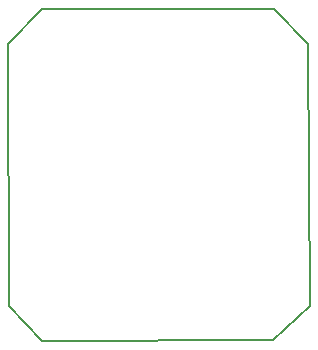
<source format=gko>
G04 DipTrace 2.4.0.2*
%INSTM32.gko*%
%MOMM*%
%ADD11C,0.14*%
%FSLAX53Y53*%
G04*
G71*
G90*
G75*
G01*
%LNBoardOutline*%
%LPD*%
X10008Y35101D2*
D11*
X12873Y38080D1*
X32466Y38138D1*
X35388Y35159D1*
X35502Y12987D1*
X32409Y10065D1*
X12873Y10008D1*
X10065Y12930D1*
X10008Y35101D1*
M02*

</source>
